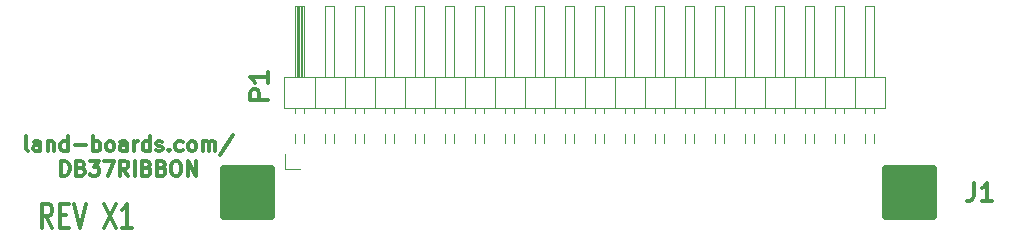
<source format=gbr>
G04 #@! TF.FileFunction,Legend,Top*
%FSLAX46Y46*%
G04 Gerber Fmt 4.6, Leading zero omitted, Abs format (unit mm)*
G04 Created by KiCad (PCBNEW (after 2015-mar-04 BZR unknown)-product) date 6/9/2017 4:16:11 PM*
%MOMM*%
G01*
G04 APERTURE LIST*
%ADD10C,0.150000*%
%ADD11C,0.304800*%
%ADD12C,0.317500*%
%ADD13C,0.650000*%
%ADD14C,0.120000*%
G04 APERTURE END LIST*
D10*
D11*
X3447142Y-18953238D02*
X2939142Y-17985619D01*
X2576285Y-18953238D02*
X2576285Y-16921238D01*
X3156857Y-16921238D01*
X3301999Y-17018000D01*
X3374571Y-17114762D01*
X3447142Y-17308286D01*
X3447142Y-17598571D01*
X3374571Y-17792095D01*
X3301999Y-17888857D01*
X3156857Y-17985619D01*
X2576285Y-17985619D01*
X4100285Y-17888857D02*
X4608285Y-17888857D01*
X4825999Y-18953238D02*
X4100285Y-18953238D01*
X4100285Y-16921238D01*
X4825999Y-16921238D01*
X5261428Y-16921238D02*
X5769428Y-18953238D01*
X6277428Y-16921238D01*
X7801428Y-16921238D02*
X8817428Y-18953238D01*
X8817428Y-16921238D02*
X7801428Y-18953238D01*
X10196286Y-18953238D02*
X9325429Y-18953238D01*
X9760857Y-18953238D02*
X9760857Y-16921238D01*
X9615714Y-17211524D01*
X9470572Y-17405048D01*
X9325429Y-17501810D01*
D12*
X1409095Y-12480774D02*
X1288142Y-12420298D01*
X1227666Y-12299345D01*
X1227666Y-11210774D01*
X2437190Y-12480774D02*
X2437190Y-11815536D01*
X2376713Y-11694583D01*
X2255761Y-11634107D01*
X2013856Y-11634107D01*
X1892904Y-11694583D01*
X2437190Y-12420298D02*
X2316237Y-12480774D01*
X2013856Y-12480774D01*
X1892904Y-12420298D01*
X1832428Y-12299345D01*
X1832428Y-12178393D01*
X1892904Y-12057440D01*
X2013856Y-11996964D01*
X2316237Y-11996964D01*
X2437190Y-11936488D01*
X3041952Y-11634107D02*
X3041952Y-12480774D01*
X3041952Y-11755060D02*
X3102428Y-11694583D01*
X3223381Y-11634107D01*
X3404809Y-11634107D01*
X3525761Y-11694583D01*
X3586238Y-11815536D01*
X3586238Y-12480774D01*
X4735286Y-12480774D02*
X4735286Y-11210774D01*
X4735286Y-12420298D02*
X4614333Y-12480774D01*
X4372429Y-12480774D01*
X4251476Y-12420298D01*
X4191000Y-12359821D01*
X4130524Y-12238869D01*
X4130524Y-11876012D01*
X4191000Y-11755060D01*
X4251476Y-11694583D01*
X4372429Y-11634107D01*
X4614333Y-11634107D01*
X4735286Y-11694583D01*
X5340048Y-11996964D02*
X6307667Y-11996964D01*
X6912429Y-12480774D02*
X6912429Y-11210774D01*
X6912429Y-11694583D02*
X7033381Y-11634107D01*
X7275286Y-11634107D01*
X7396238Y-11694583D01*
X7456715Y-11755060D01*
X7517191Y-11876012D01*
X7517191Y-12238869D01*
X7456715Y-12359821D01*
X7396238Y-12420298D01*
X7275286Y-12480774D01*
X7033381Y-12480774D01*
X6912429Y-12420298D01*
X8242906Y-12480774D02*
X8121953Y-12420298D01*
X8061477Y-12359821D01*
X8001001Y-12238869D01*
X8001001Y-11876012D01*
X8061477Y-11755060D01*
X8121953Y-11694583D01*
X8242906Y-11634107D01*
X8424334Y-11634107D01*
X8545286Y-11694583D01*
X8605763Y-11755060D01*
X8666239Y-11876012D01*
X8666239Y-12238869D01*
X8605763Y-12359821D01*
X8545286Y-12420298D01*
X8424334Y-12480774D01*
X8242906Y-12480774D01*
X9754811Y-12480774D02*
X9754811Y-11815536D01*
X9694334Y-11694583D01*
X9573382Y-11634107D01*
X9331477Y-11634107D01*
X9210525Y-11694583D01*
X9754811Y-12420298D02*
X9633858Y-12480774D01*
X9331477Y-12480774D01*
X9210525Y-12420298D01*
X9150049Y-12299345D01*
X9150049Y-12178393D01*
X9210525Y-12057440D01*
X9331477Y-11996964D01*
X9633858Y-11996964D01*
X9754811Y-11936488D01*
X10359573Y-12480774D02*
X10359573Y-11634107D01*
X10359573Y-11876012D02*
X10420049Y-11755060D01*
X10480525Y-11694583D01*
X10601478Y-11634107D01*
X10722430Y-11634107D01*
X11690049Y-12480774D02*
X11690049Y-11210774D01*
X11690049Y-12420298D02*
X11569096Y-12480774D01*
X11327192Y-12480774D01*
X11206239Y-12420298D01*
X11145763Y-12359821D01*
X11085287Y-12238869D01*
X11085287Y-11876012D01*
X11145763Y-11755060D01*
X11206239Y-11694583D01*
X11327192Y-11634107D01*
X11569096Y-11634107D01*
X11690049Y-11694583D01*
X12234335Y-12420298D02*
X12355287Y-12480774D01*
X12597192Y-12480774D01*
X12718144Y-12420298D01*
X12778620Y-12299345D01*
X12778620Y-12238869D01*
X12718144Y-12117917D01*
X12597192Y-12057440D01*
X12415763Y-12057440D01*
X12294811Y-11996964D01*
X12234335Y-11876012D01*
X12234335Y-11815536D01*
X12294811Y-11694583D01*
X12415763Y-11634107D01*
X12597192Y-11634107D01*
X12718144Y-11694583D01*
X13322906Y-12359821D02*
X13383382Y-12420298D01*
X13322906Y-12480774D01*
X13262430Y-12420298D01*
X13322906Y-12359821D01*
X13322906Y-12480774D01*
X14471954Y-12420298D02*
X14351001Y-12480774D01*
X14109097Y-12480774D01*
X13988144Y-12420298D01*
X13927668Y-12359821D01*
X13867192Y-12238869D01*
X13867192Y-11876012D01*
X13927668Y-11755060D01*
X13988144Y-11694583D01*
X14109097Y-11634107D01*
X14351001Y-11634107D01*
X14471954Y-11694583D01*
X15197668Y-12480774D02*
X15076715Y-12420298D01*
X15016239Y-12359821D01*
X14955763Y-12238869D01*
X14955763Y-11876012D01*
X15016239Y-11755060D01*
X15076715Y-11694583D01*
X15197668Y-11634107D01*
X15379096Y-11634107D01*
X15500048Y-11694583D01*
X15560525Y-11755060D01*
X15621001Y-11876012D01*
X15621001Y-12238869D01*
X15560525Y-12359821D01*
X15500048Y-12420298D01*
X15379096Y-12480774D01*
X15197668Y-12480774D01*
X16165287Y-12480774D02*
X16165287Y-11634107D01*
X16165287Y-11755060D02*
X16225763Y-11694583D01*
X16346716Y-11634107D01*
X16528144Y-11634107D01*
X16649096Y-11694583D01*
X16709573Y-11815536D01*
X16709573Y-12480774D01*
X16709573Y-11815536D02*
X16770049Y-11694583D01*
X16891001Y-11634107D01*
X17072430Y-11634107D01*
X17193382Y-11694583D01*
X17253858Y-11815536D01*
X17253858Y-12480774D01*
X18765763Y-11150298D02*
X17677191Y-12783155D01*
X4191000Y-14576274D02*
X4191000Y-13306274D01*
X4493381Y-13306274D01*
X4674809Y-13366750D01*
X4795762Y-13487702D01*
X4856238Y-13608655D01*
X4916714Y-13850560D01*
X4916714Y-14031988D01*
X4856238Y-14273893D01*
X4795762Y-14394845D01*
X4674809Y-14515798D01*
X4493381Y-14576274D01*
X4191000Y-14576274D01*
X5884333Y-13911036D02*
X6065762Y-13971512D01*
X6126238Y-14031988D01*
X6186714Y-14152940D01*
X6186714Y-14334369D01*
X6126238Y-14455321D01*
X6065762Y-14515798D01*
X5944809Y-14576274D01*
X5461000Y-14576274D01*
X5461000Y-13306274D01*
X5884333Y-13306274D01*
X6005286Y-13366750D01*
X6065762Y-13427226D01*
X6126238Y-13548179D01*
X6126238Y-13669131D01*
X6065762Y-13790083D01*
X6005286Y-13850560D01*
X5884333Y-13911036D01*
X5461000Y-13911036D01*
X6610048Y-13306274D02*
X7396238Y-13306274D01*
X6972905Y-13790083D01*
X7154333Y-13790083D01*
X7275286Y-13850560D01*
X7335762Y-13911036D01*
X7396238Y-14031988D01*
X7396238Y-14334369D01*
X7335762Y-14455321D01*
X7275286Y-14515798D01*
X7154333Y-14576274D01*
X6791476Y-14576274D01*
X6670524Y-14515798D01*
X6610048Y-14455321D01*
X7819572Y-13306274D02*
X8666238Y-13306274D01*
X8121953Y-14576274D01*
X9875762Y-14576274D02*
X9452429Y-13971512D01*
X9150048Y-14576274D02*
X9150048Y-13306274D01*
X9633857Y-13306274D01*
X9754810Y-13366750D01*
X9815286Y-13427226D01*
X9875762Y-13548179D01*
X9875762Y-13729607D01*
X9815286Y-13850560D01*
X9754810Y-13911036D01*
X9633857Y-13971512D01*
X9150048Y-13971512D01*
X10420048Y-14576274D02*
X10420048Y-13306274D01*
X11448143Y-13911036D02*
X11629572Y-13971512D01*
X11690048Y-14031988D01*
X11750524Y-14152940D01*
X11750524Y-14334369D01*
X11690048Y-14455321D01*
X11629572Y-14515798D01*
X11508619Y-14576274D01*
X11024810Y-14576274D01*
X11024810Y-13306274D01*
X11448143Y-13306274D01*
X11569096Y-13366750D01*
X11629572Y-13427226D01*
X11690048Y-13548179D01*
X11690048Y-13669131D01*
X11629572Y-13790083D01*
X11569096Y-13850560D01*
X11448143Y-13911036D01*
X11024810Y-13911036D01*
X12718143Y-13911036D02*
X12899572Y-13971512D01*
X12960048Y-14031988D01*
X13020524Y-14152940D01*
X13020524Y-14334369D01*
X12960048Y-14455321D01*
X12899572Y-14515798D01*
X12778619Y-14576274D01*
X12294810Y-14576274D01*
X12294810Y-13306274D01*
X12718143Y-13306274D01*
X12839096Y-13366750D01*
X12899572Y-13427226D01*
X12960048Y-13548179D01*
X12960048Y-13669131D01*
X12899572Y-13790083D01*
X12839096Y-13850560D01*
X12718143Y-13911036D01*
X12294810Y-13911036D01*
X13806715Y-13306274D02*
X14048619Y-13306274D01*
X14169572Y-13366750D01*
X14290524Y-13487702D01*
X14351000Y-13729607D01*
X14351000Y-14152940D01*
X14290524Y-14394845D01*
X14169572Y-14515798D01*
X14048619Y-14576274D01*
X13806715Y-14576274D01*
X13685762Y-14515798D01*
X13564810Y-14394845D01*
X13504334Y-14152940D01*
X13504334Y-13729607D01*
X13564810Y-13487702D01*
X13685762Y-13366750D01*
X13806715Y-13306274D01*
X14895286Y-14576274D02*
X14895286Y-13306274D01*
X15621000Y-14576274D01*
X15621000Y-13306274D01*
D13*
X74000000Y-18000000D02*
X78000000Y-18000000D01*
X78000000Y-18000000D02*
X78000000Y-14000000D01*
X78000000Y-14000000D02*
X74000000Y-14000000D01*
X74000000Y-14000000D02*
X74000000Y-18000000D01*
X74000000Y-18000000D02*
X74000000Y-17500000D01*
X74000000Y-17500000D02*
X78000000Y-17500000D01*
X78000000Y-17500000D02*
X78000000Y-17000000D01*
X78000000Y-17000000D02*
X74000000Y-17000000D01*
X74000000Y-17000000D02*
X74000000Y-16500000D01*
X74000000Y-16500000D02*
X78000000Y-16500000D01*
X78000000Y-16500000D02*
X78000000Y-16000000D01*
X78000000Y-16000000D02*
X74000000Y-16000000D01*
X74000000Y-16000000D02*
X74000000Y-15500000D01*
X74000000Y-15500000D02*
X77500000Y-15500000D01*
X77500000Y-15500000D02*
X78000000Y-15500000D01*
X78000000Y-15500000D02*
X78000000Y-15000000D01*
X78000000Y-15000000D02*
X74000000Y-15000000D01*
X74000000Y-15000000D02*
X74000000Y-14500000D01*
X74000000Y-14500000D02*
X78000000Y-14500000D01*
X18000000Y-18000000D02*
X22000000Y-18000000D01*
X22000000Y-18000000D02*
X22000000Y-14000000D01*
X22000000Y-14000000D02*
X18000000Y-14000000D01*
X18000000Y-14000000D02*
X18000000Y-18000000D01*
X18000000Y-18000000D02*
X18000000Y-17500000D01*
X18000000Y-17500000D02*
X22000000Y-17500000D01*
X22000000Y-17500000D02*
X22000000Y-17000000D01*
X22000000Y-17000000D02*
X18000000Y-17000000D01*
X18000000Y-17000000D02*
X18000000Y-16500000D01*
X18000000Y-16500000D02*
X22000000Y-16500000D01*
X22000000Y-16500000D02*
X22000000Y-16000000D01*
X22000000Y-16000000D02*
X18000000Y-16000000D01*
X18000000Y-16000000D02*
X18000000Y-15500000D01*
X18000000Y-15500000D02*
X21500000Y-15500000D01*
X21500000Y-15500000D02*
X22000000Y-15500000D01*
X22000000Y-15500000D02*
X22000000Y-15000000D01*
X22000000Y-15000000D02*
X18000000Y-15000000D01*
X18000000Y-15000000D02*
X18000000Y-14500000D01*
X18000000Y-14500000D02*
X22000000Y-14500000D01*
D14*
X23054000Y-8820000D02*
X25654000Y-8820000D01*
X25654000Y-8820000D02*
X25654000Y-6200000D01*
X25654000Y-6200000D02*
X23054000Y-6200000D01*
X23054000Y-6200000D02*
X23054000Y-8820000D01*
X24004000Y-6200000D02*
X24764000Y-6200000D01*
X24764000Y-6200000D02*
X24764000Y-200000D01*
X24764000Y-200000D02*
X24004000Y-200000D01*
X24004000Y-200000D02*
X24004000Y-6200000D01*
X24004000Y-9250000D02*
X24004000Y-8820000D01*
X24764000Y-9250000D02*
X24764000Y-8820000D01*
X24004000Y-11790000D02*
X24004000Y-11070000D01*
X24764000Y-11790000D02*
X24764000Y-11070000D01*
X24124000Y-6200000D02*
X24124000Y-200000D01*
X24244000Y-6200000D02*
X24244000Y-200000D01*
X24364000Y-6200000D02*
X24364000Y-200000D01*
X24484000Y-6200000D02*
X24484000Y-200000D01*
X24604000Y-6200000D02*
X24604000Y-200000D01*
X24724000Y-6200000D02*
X24724000Y-200000D01*
X25654000Y-8820000D02*
X28194000Y-8820000D01*
X28194000Y-8820000D02*
X28194000Y-6200000D01*
X28194000Y-6200000D02*
X25654000Y-6200000D01*
X25654000Y-6200000D02*
X25654000Y-8820000D01*
X26544000Y-6200000D02*
X27304000Y-6200000D01*
X27304000Y-6200000D02*
X27304000Y-200000D01*
X27304000Y-200000D02*
X26544000Y-200000D01*
X26544000Y-200000D02*
X26544000Y-6200000D01*
X26544000Y-9250000D02*
X26544000Y-8820000D01*
X27304000Y-9250000D02*
X27304000Y-8820000D01*
X26544000Y-11790000D02*
X26544000Y-11070000D01*
X27304000Y-11790000D02*
X27304000Y-11070000D01*
X28194000Y-8820000D02*
X30734000Y-8820000D01*
X30734000Y-8820000D02*
X30734000Y-6200000D01*
X30734000Y-6200000D02*
X28194000Y-6200000D01*
X28194000Y-6200000D02*
X28194000Y-8820000D01*
X29084000Y-6200000D02*
X29844000Y-6200000D01*
X29844000Y-6200000D02*
X29844000Y-200000D01*
X29844000Y-200000D02*
X29084000Y-200000D01*
X29084000Y-200000D02*
X29084000Y-6200000D01*
X29084000Y-9250000D02*
X29084000Y-8820000D01*
X29844000Y-9250000D02*
X29844000Y-8820000D01*
X29084000Y-11790000D02*
X29084000Y-11070000D01*
X29844000Y-11790000D02*
X29844000Y-11070000D01*
X30734000Y-8820000D02*
X33274000Y-8820000D01*
X33274000Y-8820000D02*
X33274000Y-6200000D01*
X33274000Y-6200000D02*
X30734000Y-6200000D01*
X30734000Y-6200000D02*
X30734000Y-8820000D01*
X31624000Y-6200000D02*
X32384000Y-6200000D01*
X32384000Y-6200000D02*
X32384000Y-200000D01*
X32384000Y-200000D02*
X31624000Y-200000D01*
X31624000Y-200000D02*
X31624000Y-6200000D01*
X31624000Y-9250000D02*
X31624000Y-8820000D01*
X32384000Y-9250000D02*
X32384000Y-8820000D01*
X31624000Y-11790000D02*
X31624000Y-11070000D01*
X32384000Y-11790000D02*
X32384000Y-11070000D01*
X33274000Y-8820000D02*
X35814000Y-8820000D01*
X35814000Y-8820000D02*
X35814000Y-6200000D01*
X35814000Y-6200000D02*
X33274000Y-6200000D01*
X33274000Y-6200000D02*
X33274000Y-8820000D01*
X34164000Y-6200000D02*
X34924000Y-6200000D01*
X34924000Y-6200000D02*
X34924000Y-200000D01*
X34924000Y-200000D02*
X34164000Y-200000D01*
X34164000Y-200000D02*
X34164000Y-6200000D01*
X34164000Y-9250000D02*
X34164000Y-8820000D01*
X34924000Y-9250000D02*
X34924000Y-8820000D01*
X34164000Y-11790000D02*
X34164000Y-11070000D01*
X34924000Y-11790000D02*
X34924000Y-11070000D01*
X35814000Y-8820000D02*
X38354000Y-8820000D01*
X38354000Y-8820000D02*
X38354000Y-6200000D01*
X38354000Y-6200000D02*
X35814000Y-6200000D01*
X35814000Y-6200000D02*
X35814000Y-8820000D01*
X36704000Y-6200000D02*
X37464000Y-6200000D01*
X37464000Y-6200000D02*
X37464000Y-200000D01*
X37464000Y-200000D02*
X36704000Y-200000D01*
X36704000Y-200000D02*
X36704000Y-6200000D01*
X36704000Y-9250000D02*
X36704000Y-8820000D01*
X37464000Y-9250000D02*
X37464000Y-8820000D01*
X36704000Y-11790000D02*
X36704000Y-11070000D01*
X37464000Y-11790000D02*
X37464000Y-11070000D01*
X38354000Y-8820000D02*
X40894000Y-8820000D01*
X40894000Y-8820000D02*
X40894000Y-6200000D01*
X40894000Y-6200000D02*
X38354000Y-6200000D01*
X38354000Y-6200000D02*
X38354000Y-8820000D01*
X39244000Y-6200000D02*
X40004000Y-6200000D01*
X40004000Y-6200000D02*
X40004000Y-200000D01*
X40004000Y-200000D02*
X39244000Y-200000D01*
X39244000Y-200000D02*
X39244000Y-6200000D01*
X39244000Y-9250000D02*
X39244000Y-8820000D01*
X40004000Y-9250000D02*
X40004000Y-8820000D01*
X39244000Y-11790000D02*
X39244000Y-11070000D01*
X40004000Y-11790000D02*
X40004000Y-11070000D01*
X40894000Y-8820000D02*
X43434000Y-8820000D01*
X43434000Y-8820000D02*
X43434000Y-6200000D01*
X43434000Y-6200000D02*
X40894000Y-6200000D01*
X40894000Y-6200000D02*
X40894000Y-8820000D01*
X41784000Y-6200000D02*
X42544000Y-6200000D01*
X42544000Y-6200000D02*
X42544000Y-200000D01*
X42544000Y-200000D02*
X41784000Y-200000D01*
X41784000Y-200000D02*
X41784000Y-6200000D01*
X41784000Y-9250000D02*
X41784000Y-8820000D01*
X42544000Y-9250000D02*
X42544000Y-8820000D01*
X41784000Y-11790000D02*
X41784000Y-11070000D01*
X42544000Y-11790000D02*
X42544000Y-11070000D01*
X43434000Y-8820000D02*
X45974000Y-8820000D01*
X45974000Y-8820000D02*
X45974000Y-6200000D01*
X45974000Y-6200000D02*
X43434000Y-6200000D01*
X43434000Y-6200000D02*
X43434000Y-8820000D01*
X44324000Y-6200000D02*
X45084000Y-6200000D01*
X45084000Y-6200000D02*
X45084000Y-200000D01*
X45084000Y-200000D02*
X44324000Y-200000D01*
X44324000Y-200000D02*
X44324000Y-6200000D01*
X44324000Y-9250000D02*
X44324000Y-8820000D01*
X45084000Y-9250000D02*
X45084000Y-8820000D01*
X44324000Y-11790000D02*
X44324000Y-11070000D01*
X45084000Y-11790000D02*
X45084000Y-11070000D01*
X45974000Y-8820000D02*
X48514000Y-8820000D01*
X48514000Y-8820000D02*
X48514000Y-6200000D01*
X48514000Y-6200000D02*
X45974000Y-6200000D01*
X45974000Y-6200000D02*
X45974000Y-8820000D01*
X46864000Y-6200000D02*
X47624000Y-6200000D01*
X47624000Y-6200000D02*
X47624000Y-200000D01*
X47624000Y-200000D02*
X46864000Y-200000D01*
X46864000Y-200000D02*
X46864000Y-6200000D01*
X46864000Y-9250000D02*
X46864000Y-8820000D01*
X47624000Y-9250000D02*
X47624000Y-8820000D01*
X46864000Y-11790000D02*
X46864000Y-11070000D01*
X47624000Y-11790000D02*
X47624000Y-11070000D01*
X48514000Y-8820000D02*
X51054000Y-8820000D01*
X51054000Y-8820000D02*
X51054000Y-6200000D01*
X51054000Y-6200000D02*
X48514000Y-6200000D01*
X48514000Y-6200000D02*
X48514000Y-8820000D01*
X49404000Y-6200000D02*
X50164000Y-6200000D01*
X50164000Y-6200000D02*
X50164000Y-200000D01*
X50164000Y-200000D02*
X49404000Y-200000D01*
X49404000Y-200000D02*
X49404000Y-6200000D01*
X49404000Y-9250000D02*
X49404000Y-8820000D01*
X50164000Y-9250000D02*
X50164000Y-8820000D01*
X49404000Y-11790000D02*
X49404000Y-11070000D01*
X50164000Y-11790000D02*
X50164000Y-11070000D01*
X51054000Y-8820000D02*
X53594000Y-8820000D01*
X53594000Y-8820000D02*
X53594000Y-6200000D01*
X53594000Y-6200000D02*
X51054000Y-6200000D01*
X51054000Y-6200000D02*
X51054000Y-8820000D01*
X51944000Y-6200000D02*
X52704000Y-6200000D01*
X52704000Y-6200000D02*
X52704000Y-200000D01*
X52704000Y-200000D02*
X51944000Y-200000D01*
X51944000Y-200000D02*
X51944000Y-6200000D01*
X51944000Y-9250000D02*
X51944000Y-8820000D01*
X52704000Y-9250000D02*
X52704000Y-8820000D01*
X51944000Y-11790000D02*
X51944000Y-11070000D01*
X52704000Y-11790000D02*
X52704000Y-11070000D01*
X53594000Y-8820000D02*
X56134000Y-8820000D01*
X56134000Y-8820000D02*
X56134000Y-6200000D01*
X56134000Y-6200000D02*
X53594000Y-6200000D01*
X53594000Y-6200000D02*
X53594000Y-8820000D01*
X54484000Y-6200000D02*
X55244000Y-6200000D01*
X55244000Y-6200000D02*
X55244000Y-200000D01*
X55244000Y-200000D02*
X54484000Y-200000D01*
X54484000Y-200000D02*
X54484000Y-6200000D01*
X54484000Y-9250000D02*
X54484000Y-8820000D01*
X55244000Y-9250000D02*
X55244000Y-8820000D01*
X54484000Y-11790000D02*
X54484000Y-11070000D01*
X55244000Y-11790000D02*
X55244000Y-11070000D01*
X56134000Y-8820000D02*
X58674000Y-8820000D01*
X58674000Y-8820000D02*
X58674000Y-6200000D01*
X58674000Y-6200000D02*
X56134000Y-6200000D01*
X56134000Y-6200000D02*
X56134000Y-8820000D01*
X57024000Y-6200000D02*
X57784000Y-6200000D01*
X57784000Y-6200000D02*
X57784000Y-200000D01*
X57784000Y-200000D02*
X57024000Y-200000D01*
X57024000Y-200000D02*
X57024000Y-6200000D01*
X57024000Y-9250000D02*
X57024000Y-8820000D01*
X57784000Y-9250000D02*
X57784000Y-8820000D01*
X57024000Y-11790000D02*
X57024000Y-11070000D01*
X57784000Y-11790000D02*
X57784000Y-11070000D01*
X58674000Y-8820000D02*
X61214000Y-8820000D01*
X61214000Y-8820000D02*
X61214000Y-6200000D01*
X61214000Y-6200000D02*
X58674000Y-6200000D01*
X58674000Y-6200000D02*
X58674000Y-8820000D01*
X59564000Y-6200000D02*
X60324000Y-6200000D01*
X60324000Y-6200000D02*
X60324000Y-200000D01*
X60324000Y-200000D02*
X59564000Y-200000D01*
X59564000Y-200000D02*
X59564000Y-6200000D01*
X59564000Y-9250000D02*
X59564000Y-8820000D01*
X60324000Y-9250000D02*
X60324000Y-8820000D01*
X59564000Y-11790000D02*
X59564000Y-11070000D01*
X60324000Y-11790000D02*
X60324000Y-11070000D01*
X61214000Y-8820000D02*
X63754000Y-8820000D01*
X63754000Y-8820000D02*
X63754000Y-6200000D01*
X63754000Y-6200000D02*
X61214000Y-6200000D01*
X61214000Y-6200000D02*
X61214000Y-8820000D01*
X62104000Y-6200000D02*
X62864000Y-6200000D01*
X62864000Y-6200000D02*
X62864000Y-200000D01*
X62864000Y-200000D02*
X62104000Y-200000D01*
X62104000Y-200000D02*
X62104000Y-6200000D01*
X62104000Y-9250000D02*
X62104000Y-8820000D01*
X62864000Y-9250000D02*
X62864000Y-8820000D01*
X62104000Y-11790000D02*
X62104000Y-11070000D01*
X62864000Y-11790000D02*
X62864000Y-11070000D01*
X63754000Y-8820000D02*
X66294000Y-8820000D01*
X66294000Y-8820000D02*
X66294000Y-6200000D01*
X66294000Y-6200000D02*
X63754000Y-6200000D01*
X63754000Y-6200000D02*
X63754000Y-8820000D01*
X64644000Y-6200000D02*
X65404000Y-6200000D01*
X65404000Y-6200000D02*
X65404000Y-200000D01*
X65404000Y-200000D02*
X64644000Y-200000D01*
X64644000Y-200000D02*
X64644000Y-6200000D01*
X64644000Y-9250000D02*
X64644000Y-8820000D01*
X65404000Y-9250000D02*
X65404000Y-8820000D01*
X64644000Y-11790000D02*
X64644000Y-11070000D01*
X65404000Y-11790000D02*
X65404000Y-11070000D01*
X66294000Y-8820000D02*
X68834000Y-8820000D01*
X68834000Y-8820000D02*
X68834000Y-6200000D01*
X68834000Y-6200000D02*
X66294000Y-6200000D01*
X66294000Y-6200000D02*
X66294000Y-8820000D01*
X67184000Y-6200000D02*
X67944000Y-6200000D01*
X67944000Y-6200000D02*
X67944000Y-200000D01*
X67944000Y-200000D02*
X67184000Y-200000D01*
X67184000Y-200000D02*
X67184000Y-6200000D01*
X67184000Y-9250000D02*
X67184000Y-8820000D01*
X67944000Y-9250000D02*
X67944000Y-8820000D01*
X67184000Y-11790000D02*
X67184000Y-11070000D01*
X67944000Y-11790000D02*
X67944000Y-11070000D01*
X68834000Y-8820000D02*
X71374000Y-8820000D01*
X71374000Y-8820000D02*
X71374000Y-6200000D01*
X71374000Y-6200000D02*
X68834000Y-6200000D01*
X68834000Y-6200000D02*
X68834000Y-8820000D01*
X69724000Y-6200000D02*
X70484000Y-6200000D01*
X70484000Y-6200000D02*
X70484000Y-200000D01*
X70484000Y-200000D02*
X69724000Y-200000D01*
X69724000Y-200000D02*
X69724000Y-6200000D01*
X69724000Y-9250000D02*
X69724000Y-8820000D01*
X70484000Y-9250000D02*
X70484000Y-8820000D01*
X69724000Y-11790000D02*
X69724000Y-11070000D01*
X70484000Y-11790000D02*
X70484000Y-11070000D01*
X71374000Y-8820000D02*
X73974000Y-8820000D01*
X73974000Y-8820000D02*
X73974000Y-6200000D01*
X73974000Y-6200000D02*
X71374000Y-6200000D01*
X71374000Y-6200000D02*
X71374000Y-8820000D01*
X72264000Y-6200000D02*
X73024000Y-6200000D01*
X73024000Y-6200000D02*
X73024000Y-200000D01*
X73024000Y-200000D02*
X72264000Y-200000D01*
X72264000Y-200000D02*
X72264000Y-6200000D01*
X72264000Y-9250000D02*
X72264000Y-8820000D01*
X73024000Y-9250000D02*
X73024000Y-8820000D01*
X72264000Y-11790000D02*
X72264000Y-11070000D01*
X73024000Y-11790000D02*
X73024000Y-11070000D01*
X24384000Y-13970000D02*
X23114000Y-13970000D01*
X23114000Y-13970000D02*
X23114000Y-12700000D01*
D11*
X21689429Y-8124857D02*
X20165429Y-8124857D01*
X20165429Y-7544285D01*
X20238000Y-7399143D01*
X20310571Y-7326571D01*
X20455714Y-7254000D01*
X20673429Y-7254000D01*
X20818571Y-7326571D01*
X20891143Y-7399143D01*
X20963714Y-7544285D01*
X20963714Y-8124857D01*
X21689429Y-5802571D02*
X21689429Y-6673428D01*
X21689429Y-6238000D02*
X20165429Y-6238000D01*
X20383143Y-6383143D01*
X20528286Y-6528285D01*
X20600857Y-6673428D01*
X81492000Y-15165429D02*
X81492000Y-16254000D01*
X81419428Y-16471714D01*
X81274285Y-16616857D01*
X81056571Y-16689429D01*
X80911428Y-16689429D01*
X83016000Y-16689429D02*
X82145143Y-16689429D01*
X82580571Y-16689429D02*
X82580571Y-15165429D01*
X82435428Y-15383143D01*
X82290286Y-15528286D01*
X82145143Y-15600857D01*
M02*

</source>
